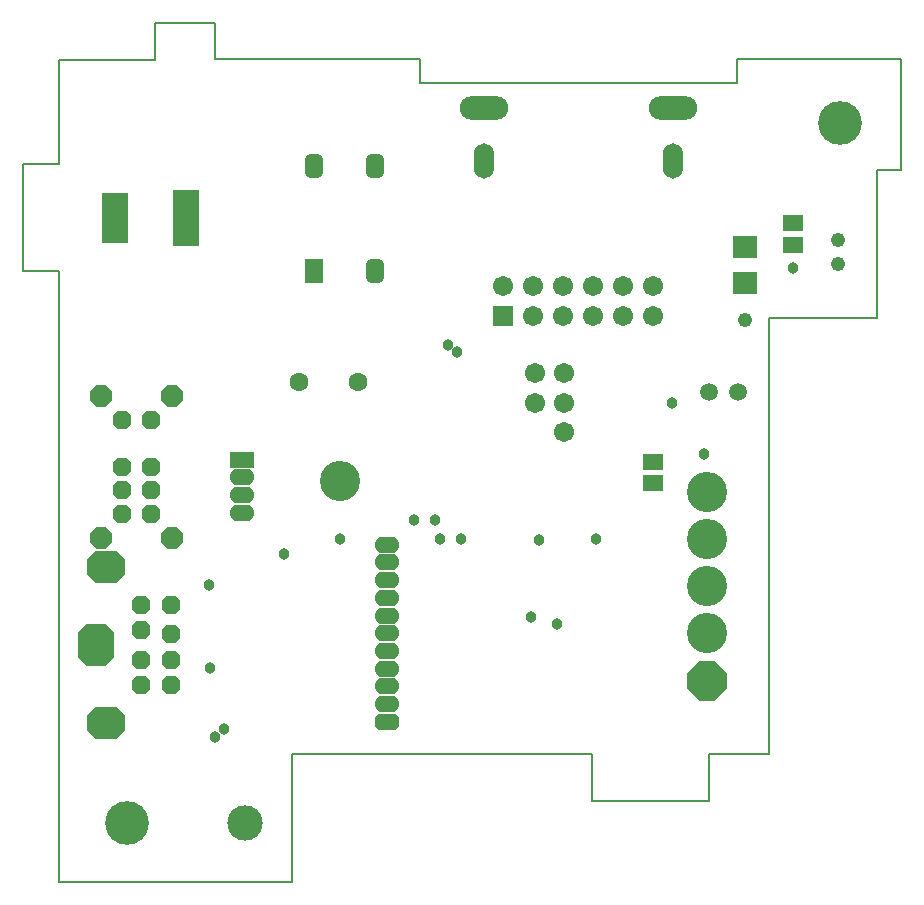
<source format=gts>
G04*
G04 #@! TF.GenerationSoftware,Altium Limited,Altium Designer,20.2.4 (192)*
G04*
G04 Layer_Color=8388736*
%FSLAX25Y25*%
%MOIN*%
G70*
G04*
G04 #@! TF.SameCoordinates,2C05E507-4EA5-4E47-A472-78439CCED8C8*
G04*
G04*
G04 #@! TF.FilePolarity,Negative*
G04*
G01*
G75*
%ADD10C,0.00787*%
%ADD18R,0.06509X0.05328*%
%ADD19R,0.07887X0.07493*%
G04:AMPARAMS|DCode=20|XSize=59.18mil|YSize=78.87mil|CornerRadius=16.8mil|HoleSize=0mil|Usage=FLASHONLY|Rotation=0.000|XOffset=0mil|YOffset=0mil|HoleType=Round|Shape=RoundedRectangle|*
%AMROUNDEDRECTD20*
21,1,0.05918,0.04528,0,0,0.0*
21,1,0.02559,0.07887,0,0,0.0*
1,1,0.03359,0.01280,-0.02264*
1,1,0.03359,-0.01280,-0.02264*
1,1,0.03359,-0.01280,0.02264*
1,1,0.03359,0.01280,0.02264*
%
%ADD20ROUNDEDRECTD20*%
%ADD21R,0.05918X0.07887*%
%ADD22O,0.06706X0.11824*%
%ADD23O,0.16154X0.07887*%
%ADD24O,0.08280X0.05524*%
G04:AMPARAMS|DCode=25|XSize=55.24mil|YSize=82.8mil|CornerRadius=0mil|HoleSize=0mil|Usage=FLASHONLY|Rotation=90.000|XOffset=0mil|YOffset=0mil|HoleType=Round|Shape=Octagon|*
%AMOCTAGOND25*
4,1,8,-0.04140,-0.01381,-0.04140,0.01381,-0.02759,0.02762,0.02759,0.02762,0.04140,0.01381,0.04140,-0.01381,0.02759,-0.02762,-0.02759,-0.02762,-0.04140,-0.01381,0.0*
%
%ADD25OCTAGOND25*%

%ADD26C,0.06312*%
%ADD27C,0.05918*%
%ADD28C,0.13398*%
%ADD29R,0.08674X0.16548*%
%ADD30R,0.08674X0.18517*%
%ADD31P,0.14076X8X112.5*%
%ADD32R,0.08280X0.05524*%
%ADD33P,0.06832X8X112.5*%
G04:AMPARAMS|DCode=34|XSize=106.42mil|YSize=126.11mil|CornerRadius=0mil|HoleSize=0mil|Usage=FLASHONLY|Rotation=270.000|XOffset=0mil|YOffset=0mil|HoleType=Round|Shape=Octagon|*
%AMOCTAGOND34*
4,1,8,0.06306,0.02661,0.06306,-0.02661,0.03645,-0.05321,-0.03645,-0.05321,-0.06306,-0.02661,-0.06306,0.02661,-0.03645,0.05321,0.03645,0.05321,0.06306,0.02661,0.0*
%
%ADD34OCTAGOND34*%

G04:AMPARAMS|DCode=35|XSize=118.24mil|YSize=141.86mil|CornerRadius=0mil|HoleSize=0mil|Usage=FLASHONLY|Rotation=0.000|XOffset=0mil|YOffset=0mil|HoleType=Round|Shape=Octagon|*
%AMOCTAGOND35*
4,1,8,-0.02956,0.07093,0.02956,0.07093,0.05912,0.04137,0.05912,-0.04137,0.02956,-0.07093,-0.02956,-0.07093,-0.05912,-0.04137,-0.05912,0.04137,-0.02956,0.07093,0.0*
%
%ADD35OCTAGOND35*%

%ADD36P,0.07684X8X112.5*%
%ADD37C,0.06706*%
%ADD38R,0.06706X0.06706*%
%ADD39C,0.14580*%
%ADD40C,0.11824*%
%ADD41C,0.03800*%
%ADD42C,0.04800*%
D10*
X273819Y-35433D02*
Y1575D01*
X-7087Y-272756D02*
X70866D01*
Y-229842D01*
X265748Y-84646D02*
Y-35433D01*
X209842Y-229842D02*
X229724D01*
Y-84646D01*
X265748D01*
X102977Y-229842D02*
X170669D01*
X265748Y-35433D02*
X273819D01*
X209842Y-245591D02*
Y-229842D01*
X170669Y-245591D02*
X209842D01*
X170669D02*
Y-229842D01*
X44882Y1575D02*
Y13780D01*
X25000D02*
X44882D01*
X25000Y1181D02*
Y13780D01*
X70866Y-229842D02*
X102977D01*
X-7087Y-272756D02*
Y-68898D01*
Y1181D02*
X25000D01*
X-7087Y-33465D02*
Y1181D01*
X-18898Y-33465D02*
X-7087D01*
X-18898Y-68898D02*
Y-33465D01*
Y-68898D02*
X-7087D01*
X44882Y1575D02*
X113386D01*
X218898D02*
X273819D01*
X113386Y-6299D02*
Y1575D01*
Y-6299D02*
X218898D01*
Y1575D01*
D18*
X190945Y-132677D02*
D03*
Y-139764D02*
D03*
X237795Y-60236D02*
D03*
Y-53150D02*
D03*
D19*
X221654Y-72933D02*
D03*
Y-60925D02*
D03*
D20*
X98228Y-69095D02*
D03*
Y-34055D02*
D03*
X78150D02*
D03*
D21*
Y-69095D02*
D03*
D22*
X134646Y-32283D02*
D03*
X197638D02*
D03*
D23*
X134646Y-14567D02*
D03*
X197638D02*
D03*
D24*
X102362Y-160236D02*
D03*
Y-166142D02*
D03*
Y-172047D02*
D03*
Y-177953D02*
D03*
Y-183858D02*
D03*
Y-189764D02*
D03*
Y-195669D02*
D03*
Y-201575D02*
D03*
Y-207480D02*
D03*
Y-213386D02*
D03*
X53937Y-137795D02*
D03*
Y-143701D02*
D03*
Y-149606D02*
D03*
D25*
X102362Y-219291D02*
D03*
D26*
X92843Y-105905D02*
D03*
X73158D02*
D03*
D27*
X209646Y-109449D02*
D03*
X219488D02*
D03*
D28*
X86614Y-138976D02*
D03*
X209055Y-142520D02*
D03*
Y-158268D02*
D03*
Y-174016D02*
D03*
Y-189764D02*
D03*
D29*
X11811Y-51181D02*
D03*
D30*
X35433D02*
D03*
D31*
X209055Y-205512D02*
D03*
D32*
X53937Y-131890D02*
D03*
D33*
X20472Y-198819D02*
D03*
Y-188583D02*
D03*
X30315Y-198819D02*
D03*
Y-207087D02*
D03*
Y-180315D02*
D03*
Y-190157D02*
D03*
X20472Y-180315D02*
D03*
Y-207087D02*
D03*
X23819Y-142126D02*
D03*
X13976Y-150000D02*
D03*
X23819D02*
D03*
Y-134252D02*
D03*
Y-118504D02*
D03*
X13976Y-142126D02*
D03*
Y-134252D02*
D03*
Y-118504D02*
D03*
D34*
X8661Y-167717D02*
D03*
Y-219685D02*
D03*
D35*
X5512Y-193701D02*
D03*
D36*
X7087Y-157874D02*
D03*
X30709D02*
D03*
Y-110630D02*
D03*
X7087D02*
D03*
D37*
X161417Y-122835D02*
D03*
X141142Y-74016D02*
D03*
X151142Y-84016D02*
D03*
Y-74016D02*
D03*
X161142Y-84016D02*
D03*
Y-74016D02*
D03*
X171142Y-84016D02*
D03*
Y-74016D02*
D03*
X181142Y-84016D02*
D03*
Y-74016D02*
D03*
X191142Y-84016D02*
D03*
Y-74016D02*
D03*
X161417Y-112992D02*
D03*
Y-103150D02*
D03*
X151575D02*
D03*
Y-112992D02*
D03*
D38*
X141142Y-84016D02*
D03*
D39*
X253346Y-19685D02*
D03*
X15748Y-253071D02*
D03*
D40*
X55118D02*
D03*
D41*
X127165Y-158268D02*
D03*
X120079D02*
D03*
X118504Y-151969D02*
D03*
X111417D02*
D03*
X153150Y-158661D02*
D03*
X172047Y-158268D02*
D03*
X150394Y-184252D02*
D03*
X237795Y-68110D02*
D03*
X125591Y-96063D02*
D03*
X122835Y-93701D02*
D03*
X42913Y-173622D02*
D03*
X43307Y-201181D02*
D03*
X48031Y-221654D02*
D03*
X44882Y-224410D02*
D03*
X86614Y-158268D02*
D03*
X68110Y-163386D02*
D03*
X197244Y-112992D02*
D03*
X207874Y-129921D02*
D03*
X159055Y-186614D02*
D03*
D42*
X252756Y-58661D02*
D03*
Y-66535D02*
D03*
X221654Y-85433D02*
D03*
M02*

</source>
